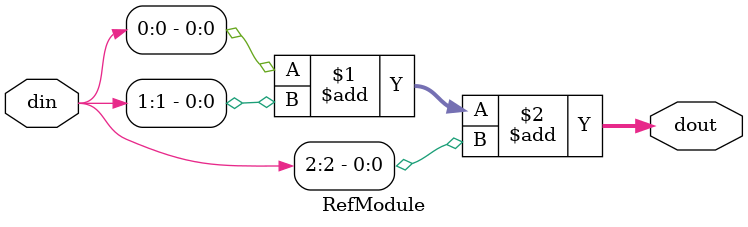
<source format=sv>

module RefModule (
  input [2:0] din,
  output [1:0] dout
);

  assign dout = din[0]+din[1]+din[2];

endmodule


</source>
